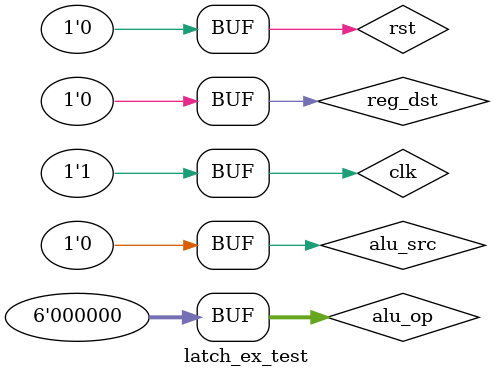
<source format=v>
`timescale 1ns / 1ps


module latch_ex_test;

	// Inputs
	reg clk;
	reg rst;
	reg alu_src;
	reg [5:0] alu_op;
	reg reg_dst;

	// Outputs
	wire alu_src_reg;
	wire [5:0] alu_op_reg;
	wire reg_dst_reg;

	// Instantiate the Unit Under Test (UUT)
	latch_ex uut (
		.clk(clk), 
		.rst(rst),
		.alu_src(alu_src), 
		.alu_op(alu_op), 
		.reg_dst(reg_dst), 
		.alu_src_reg(alu_src_reg), 
		.alu_op_reg(alu_op_reg), 
		.reg_dst_reg(reg_dst_reg)
	);

	initial begin
		// Initialize Inputs
		rst = 1;
		clk = 0;
		alu_src = 0;
		alu_op = 0;
		reg_dst = 0;

		// Wait 100 ns for global reset to finish
		#100;
		
		rst = 0;
		
		#100;
        
		clk = 0;
		alu_src = 1;
		alu_op = 31;
		reg_dst = 1;
		#100;
		clk = 1;
		#100;
		clk = 0;
		alu_src = 0;
		alu_op = 0;
		reg_dst = 0;
		#100;
		clk = 1;
		#100;
		
	end
      
endmodule


</source>
